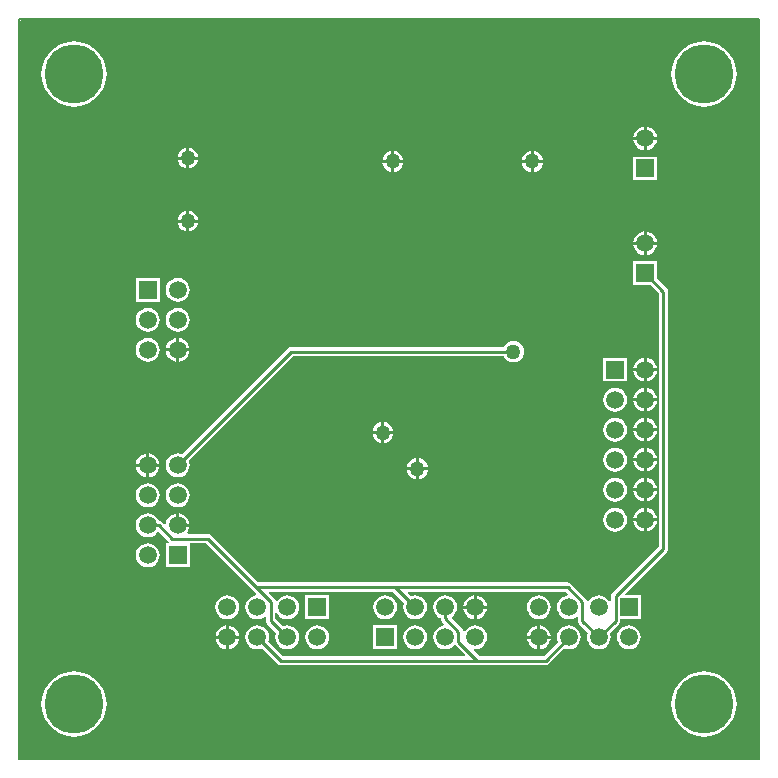
<source format=gbl>
%FSDAX24Y24*%
%MOIN*%
%SFA1B1*%

%IPPOS*%
%ADD20C,0.010000*%
%ADD21C,0.059100*%
%ADD22R,0.059100X0.059100*%
%ADD23R,0.059100X0.059100*%
%ADD24C,0.196900*%
%ADD25C,0.050000*%
%ADD46C,0.005000*%
%ADD47C,0.020000*%
%ADD48C,0.040000*%
%ADD49C,0.080000*%
%ADD50C,0.160000*%
%ADD51C,0.320000*%
%ADD52C,0.640000*%
%LNmetr4810_pcblayout-1*%
%LPD*%
G54D46*
X022822Y-001822D02*
X-001822D01*
Y022822*
X022822*
Y-001822*
G54D20*
X022772Y-001771D02*
X-001772Y-001772D01*
Y022772*
X022772*
Y-001771*
G54D47*
X022672Y-001671D02*
X-001672D01*
Y022672*
X022672*
Y-001671*
G54D48*
X022472Y-001471D02*
X-001471Y-001471D01*
X-001472Y022472*
X022472*
Y-001471*
G54D49*
X022072Y-001071D02*
X-001071D01*
Y022072*
X022072*
Y-001071*
G54D50*
X021272Y-000271D02*
X-000271D01*
Y021272*
X021272*
Y-000271*
G54D51*
X019672Y001328D02*
X001328D01*
Y019672*
X019672*
Y001328*
G54D52*
X016472Y004528D02*
X004528D01*
Y016472*
X016472*
Y004528*
X013272Y007728D02*
X007728D01*
Y013272*
X013272*
Y007728*
X010072Y010928D02*
X010928D01*
Y010072*
X010072*
Y010928*
%LNmetr4810_pcblayout-2*%
%LPC*%
G36*
X018989Y007542D02*
X018935Y007535D01*
X018839Y007495*
X018757Y007432*
X018693Y007349*
X018654Y007253*
X018647Y007200*
X018989*
Y007542*
G37*
G36*
Y007100D02*
X018647D01*
X018654Y007047*
X018693Y006951*
X018757Y006868*
X018839Y006805*
X018935Y006765*
X018989Y006758*
Y007100*
G37*
G36*
X019431D02*
X019089D01*
Y006758*
X019142Y006765*
X019238Y006805*
X019321Y006868*
X019384Y006951*
X019424Y007047*
X019431Y007100*
G37*
G36*
X011796Y007800D02*
X011500D01*
Y007504*
X011541Y007509*
X011627Y007544*
X011700Y007600*
X011756Y007673*
X011791Y007759*
X011796Y007800*
G37*
G36*
X011400D02*
X011104D01*
X011109Y007759*
X011144Y007673*
X011200Y007600*
X011273Y007544*
X011359Y007509*
X011400Y007504*
Y007800*
G37*
G36*
X019089Y007542D02*
Y007200D01*
X019431*
X019424Y007253*
X019384Y007349*
X019321Y007432*
X019238Y007495*
X019142Y007535*
X019089Y007542*
G37*
G36*
X018039Y007549D02*
X017935Y007535D01*
X017839Y007495*
X017757Y007432*
X017693Y007349*
X017654Y007253*
X017640Y007150*
X017654Y007047*
X017693Y006951*
X017757Y006868*
X017839Y006805*
X017935Y006765*
X018039Y006751*
X018142Y006765*
X018238Y006805*
X018321Y006868*
X018384Y006951*
X018424Y007047*
X018437Y007150*
X018424Y007253*
X018384Y007349*
X018321Y007432*
X018238Y007495*
X018142Y007535*
X018039Y007549*
G37*
G36*
X018989Y006542D02*
X018935Y006535D01*
X018839Y006495*
X018757Y006432*
X018693Y006349*
X018654Y006253*
X018647Y006200*
X018989*
Y006542*
G37*
G36*
X003509Y006353D02*
Y006011D01*
X003851*
X003844Y006064*
X003804Y006161*
X003741Y006243*
X003658Y006306*
X003562Y006346*
X003509Y006353*
G37*
G36*
X018989Y006100D02*
X018647D01*
X018654Y006047*
X018693Y005951*
X018757Y005868*
X018839Y005805*
X018935Y005765*
X018989Y005758*
Y006100*
G37*
G36*
X003459Y007360D02*
X003355Y007346D01*
X003259Y007306*
X003177Y007243*
X003113Y007161*
X003074Y007064*
X003060Y006961*
X003074Y006858*
X003113Y006762*
X003177Y006679*
X003259Y006616*
X003355Y006576*
X003459Y006562*
X003562Y006576*
X003658Y006616*
X003741Y006679*
X003804Y006762*
X003844Y006858*
X003857Y006961*
X003844Y007064*
X003804Y007161*
X003741Y007243*
X003658Y007306*
X003562Y007346*
X003459Y007360*
G37*
G36*
X002459D02*
X002355Y007346D01*
X002259Y007306*
X002177Y007243*
X002113Y007161*
X002074Y007064*
X002060Y006961*
X002074Y006858*
X002113Y006762*
X002177Y006679*
X002259Y006616*
X002355Y006576*
X002459Y006562*
X002562Y006576*
X002658Y006616*
X002741Y006679*
X002804Y006762*
X002844Y006858*
X002857Y006961*
X002844Y007064*
X002804Y007161*
X002741Y007243*
X002658Y007306*
X002562Y007346*
X002459Y007360*
G37*
G36*
X019089Y006542D02*
Y006200D01*
X019431*
X019424Y006253*
X019384Y006349*
X019321Y006432*
X019238Y006495*
X019142Y006535*
X019089Y006542*
G37*
G36*
X018989Y008542D02*
X018935Y008535D01*
X018839Y008495*
X018757Y008432*
X018693Y008349*
X018654Y008253*
X018647Y008200*
X018989*
Y008542*
G37*
G36*
X002509Y008353D02*
Y008011D01*
X002851*
X002844Y008064*
X002804Y008160*
X002741Y008243*
X002658Y008306*
X002562Y008346*
X002509Y008353*
G37*
G36*
X002409D02*
X002355Y008346D01*
X002259Y008306*
X002177Y008243*
X002113Y008160*
X002074Y008064*
X002067Y008011*
X002409*
Y008353*
G37*
G36*
X010646Y009000D02*
X010350D01*
Y008704*
X010391Y008709*
X010477Y008744*
X010550Y008800*
X010606Y008873*
X010641Y008959*
X010646Y009000*
G37*
G36*
X010250D02*
X009954D01*
X009959Y008959*
X009994Y008873*
X010050Y008800*
X010123Y008744*
X010209Y008709*
X010250Y008704*
Y009000*
G37*
G36*
X019089Y008542D02*
Y008200D01*
X019431*
X019424Y008253*
X019384Y008349*
X019321Y008432*
X019238Y008495*
X019142Y008535*
X019089Y008542*
G37*
G36*
X011500Y008196D02*
Y007900D01*
X011796*
X011791Y007941*
X011756Y008027*
X011700Y008100*
X011627Y008156*
X011541Y008191*
X011500Y008196*
G37*
G36*
X018039Y008549D02*
X017935Y008535D01*
X017839Y008495*
X017757Y008432*
X017693Y008349*
X017654Y008253*
X017640Y008150*
X017654Y008047*
X017693Y007951*
X017757Y007868*
X017839Y007805*
X017935Y007765*
X018039Y007751*
X018142Y007765*
X018238Y007805*
X018321Y007868*
X018384Y007951*
X018424Y008047*
X018437Y008150*
X018424Y008253*
X018384Y008349*
X018321Y008432*
X018238Y008495*
X018142Y008535*
X018039Y008549*
G37*
G36*
X002409Y007911D02*
X002067D01*
X002074Y007858*
X002113Y007762*
X002177Y007679*
X002259Y007616*
X002355Y007576*
X002409Y007569*
Y007911*
G37*
G36*
X002851D02*
X002509D01*
Y007569*
X002562Y007576*
X002658Y007616*
X002741Y007679*
X002804Y007762*
X002844Y007858*
X002851Y007911*
G37*
G36*
X011400Y008196D02*
X011359Y008191D01*
X011273Y008156*
X011200Y008100*
X011144Y008027*
X011109Y007941*
X011104Y007900*
X011400*
Y008196*
G37*
G36*
X018989Y008100D02*
X018647D01*
X018654Y008047*
X018693Y007951*
X018757Y007868*
X018839Y007805*
X018935Y007765*
X018989Y007758*
Y008100*
G37*
G36*
X019431D02*
X019089D01*
Y007758*
X019142Y007765*
X019238Y007805*
X019321Y007868*
X019384Y007951*
X019424Y008047*
X019431Y008100*
G37*
G36*
Y006100D02*
X019089D01*
Y005758*
X019142Y005765*
X019238Y005805*
X019321Y005868*
X019384Y005951*
X019424Y006047*
X019431Y006100*
G37*
G36*
X005061Y002179D02*
X004719D01*
X004726Y002126*
X004766Y002030*
X004829Y001947*
X004912Y001884*
X005008Y001844*
X005061Y001837*
Y002179*
G37*
G36*
X015890D02*
X015548D01*
Y001837*
X015601Y001844*
X015697Y001884*
X015780Y001947*
X015843Y002030*
X015883Y002126*
X015890Y002179*
G37*
G36*
X005503D02*
X005161D01*
Y001837*
X005215Y001844*
X005311Y001884*
X005393Y001947*
X005457Y002030*
X005496Y002126*
X005503Y002179*
G37*
G36*
X015448Y002621D02*
X015395Y002614D01*
X015299Y002574*
X015216Y002511*
X015153Y002428*
X015113Y002332*
X015106Y002279*
X015448*
Y002621*
G37*
G36*
X005061D02*
X005008Y002614D01*
X004912Y002574*
X004829Y002511*
X004766Y002428*
X004726Y002332*
X004719Y002279*
X005061*
Y002621*
G37*
G36*
X015448Y002179D02*
X015106D01*
X015113Y002126*
X015153Y002030*
X015216Y001947*
X015299Y001884*
X015395Y001844*
X015448Y001837*
Y002179*
G37*
G36*
X010767Y002624D02*
X009976D01*
Y001834*
X010767*
Y002624*
G37*
G36*
X012371Y003628D02*
X012268Y003614D01*
X012172Y003574*
X012090Y003511*
X012026Y003428*
X011986Y003332*
X011973Y003229*
X011986Y003126*
X012026Y003029*
X012090Y002947*
X012172Y002884*
X012219Y002864*
Y002859*
X012230Y002800*
X012263Y002750*
X012340Y002674*
X012322Y002621*
X012268Y002614*
X012172Y002574*
X012090Y002511*
X012026Y002428*
X011986Y002332*
X011973Y002229*
X011986Y002126*
X012026Y002030*
X012090Y001947*
X012172Y001884*
X012268Y001844*
X012371Y001830*
X012475Y001844*
X012571Y001884*
X012653Y001947*
X012664Y001961*
X012725Y001958*
X013035Y001649*
X013015Y001603*
X006954*
X006477Y002079*
X006496Y002126*
X006510Y002229*
X006496Y002332*
X006457Y002428*
X006393Y002511*
X006311Y002574*
X006215Y002614*
X006111Y002628*
X006008Y002614*
X005912Y002574*
X005829Y002511*
X005766Y002428*
X005726Y002332*
X005713Y002229*
X005726Y002126*
X005766Y002030*
X005829Y001947*
X005912Y001884*
X006008Y001844*
X006111Y001830*
X006215Y001844*
X006261Y001863*
X006782Y001342*
X006832Y001309*
X006890Y001297*
X015719*
X015778Y001309*
X015827Y001342*
X016348Y001863*
X016395Y001844*
X016498Y001830*
X016601Y001844*
X016697Y001884*
X016780Y001947*
X016843Y002030*
X016883Y002126*
X016897Y002229*
X016883Y002332*
X016843Y002428*
X016780Y002511*
X016697Y002574*
X016601Y002614*
X016498Y002628*
X016395Y002614*
X016299Y002574*
X016216Y002511*
X016153Y002428*
X016113Y002332*
X016099Y002229*
X016113Y002126*
X016132Y002079*
X015656Y001603*
X013513*
X013328Y001788*
X013350Y001833*
X013371Y001830*
X013475Y001844*
X013571Y001884*
X013653Y001947*
X013717Y002030*
X013757Y002126*
X013770Y002229*
X013757Y002332*
X013717Y002428*
X013653Y002511*
X013571Y002574*
X013475Y002614*
X013371Y002628*
X013268Y002614*
X013172Y002574*
X013090Y002511*
X013026Y002428*
X013017Y002426*
X012960Y002464*
X012958Y002472*
X012925Y002521*
X012602Y002844*
X012606Y002911*
X012653Y002947*
X012717Y003029*
X012757Y003126*
X012770Y003229*
X012757Y003332*
X012717Y003428*
X012653Y003511*
X012571Y003574*
X012475Y003614*
X012371Y003628*
G37*
G36*
X021000Y001088D02*
X020830Y001074D01*
X020664Y001034*
X020506Y000969*
X020361Y000880*
X020231Y000769*
X020120Y000639*
X020031Y000494*
X019966Y000336*
X019926Y000170*
X019912Y000000*
X019926Y-000170*
X019966Y-000336*
X020031Y-000494*
X020120Y-000639*
X020231Y-000769*
X020361Y-000880*
X020506Y-000969*
X020664Y-001034*
X020830Y-001074*
X021000Y-001088*
X021170Y-001074*
X021336Y-001034*
X021494Y-000969*
X021639Y-000880*
X021769Y-000769*
X021880Y-000639*
X021969Y-000494*
X022034Y-000336*
X022074Y-000170*
X022088Y000000*
X022074Y000170*
X022034Y000336*
X021969Y000494*
X021880Y000639*
X021769Y000769*
X021639Y000880*
X021494Y000969*
X021336Y001034*
X021170Y001074*
X021000Y001088*
G37*
G36*
X000000D02*
X-000170Y001074D01*
X-000336Y001034*
X-000494Y000969*
X-000639Y000880*
X-000769Y000769*
X-000880Y000639*
X-000969Y000494*
X-001034Y000336*
X-001074Y000170*
X-001088Y000000*
X-001074Y-000170*
X-001034Y-000336*
X-000969Y-000494*
X-000880Y-000639*
X-000769Y-000769*
X-000639Y-000880*
X-000494Y-000969*
X-000336Y-001034*
X-000170Y-001074*
X000000Y-001088*
X000170Y-001074*
X000336Y-001034*
X000494Y-000969*
X000639Y-000880*
X000769Y-000769*
X000880Y-000639*
X000969Y-000494*
X001034Y-000336*
X001074Y-000170*
X001088Y000000*
X001074Y000170*
X001034Y000336*
X000969Y000494*
X000880Y000639*
X000769Y000769*
X000639Y000880*
X000494Y000969*
X000336Y001034*
X000170Y001074*
X000000Y001088*
G37*
G36*
X018498Y002628D02*
X018395Y002614D01*
X018299Y002574*
X018216Y002511*
X018153Y002428*
X018113Y002332*
X018099Y002229*
X018113Y002126*
X018153Y002030*
X018216Y001947*
X018299Y001884*
X018395Y001844*
X018498Y001830*
X018601Y001844*
X018697Y001884*
X018780Y001947*
X018843Y002030*
X018883Y002126*
X018897Y002229*
X018883Y002332*
X018843Y002428*
X018780Y002511*
X018697Y002574*
X018601Y002614*
X018498Y002628*
G37*
G36*
X011371D02*
X011268Y002614D01*
X011172Y002574*
X011090Y002511*
X011026Y002428*
X010986Y002332*
X010973Y002229*
X010986Y002126*
X011026Y002030*
X011090Y001947*
X011172Y001884*
X011268Y001844*
X011371Y001830*
X011475Y001844*
X011571Y001884*
X011653Y001947*
X011717Y002030*
X011757Y002126*
X011770Y002229*
X011757Y002332*
X011717Y002428*
X011653Y002511*
X011571Y002574*
X011475Y002614*
X011371Y002628*
G37*
G36*
X008111D02*
X008008Y002614D01*
X007912Y002574*
X007829Y002511*
X007766Y002428*
X007726Y002332*
X007713Y002229*
X007726Y002126*
X007766Y002030*
X007829Y001947*
X007912Y001884*
X008008Y001844*
X008111Y001830*
X008215Y001844*
X008311Y001884*
X008393Y001947*
X008457Y002030*
X008496Y002126*
X008510Y002229*
X008496Y002332*
X008457Y002428*
X008393Y002511*
X008311Y002574*
X008215Y002614*
X008111Y002628*
G37*
G36*
X013421Y003621D02*
Y003279D01*
X013764*
X013757Y003332*
X013717Y003428*
X013653Y003511*
X013571Y003574*
X013475Y003614*
X013421Y003621*
G37*
G36*
X013321D02*
X013268Y003614D01*
X013172Y003574*
X013090Y003511*
X013026Y003428*
X012986Y003332*
X012979Y003279*
X013321*
Y003621*
G37*
G36*
X013764Y003179D02*
X013421D01*
Y002837*
X013475Y002844*
X013571Y002884*
X013653Y002947*
X013717Y003029*
X013757Y003126*
X013764Y003179*
G37*
G36*
X018039Y006549D02*
X017935Y006535D01*
X017839Y006495*
X017757Y006432*
X017693Y006349*
X017654Y006253*
X017640Y006150*
X017654Y006047*
X017693Y005951*
X017757Y005868*
X017839Y005805*
X017935Y005765*
X018039Y005751*
X018142Y005765*
X018238Y005805*
X018321Y005868*
X018384Y005951*
X018424Y006047*
X018437Y006150*
X018424Y006253*
X018384Y006349*
X018321Y006432*
X018238Y006495*
X018142Y006535*
X018039Y006549*
G37*
G36*
X002459Y005360D02*
X002355Y005346D01*
X002259Y005306*
X002177Y005243*
X002113Y005160*
X002074Y005064*
X002060Y004961*
X002074Y004858*
X002113Y004762*
X002177Y004679*
X002259Y004616*
X002355Y004576*
X002459Y004562*
X002562Y004576*
X002658Y004616*
X002741Y004679*
X002804Y004762*
X002844Y004858*
X002857Y004961*
X002844Y005064*
X002804Y005160*
X002741Y005243*
X002658Y005306*
X002562Y005346*
X002459Y005360*
G37*
G36*
X019434Y014759D02*
X018643D01*
Y013968*
X019218*
X019497Y013689*
Y005247*
X017945Y003694*
X017911Y003645*
X017900Y003586*
Y003422*
X017850Y003412*
X017843Y003428*
X017780Y003511*
X017697Y003574*
X017601Y003614*
X017498Y003628*
X017395Y003614*
X017299Y003574*
X017216Y003511*
X017153Y003428*
X017143Y003426*
X017086Y003464*
X017085Y003472*
X017051Y003521*
X016565Y004008*
X016515Y004041*
X016457Y004053*
X006133*
X004562Y005624*
X004513Y005657*
X004454Y005669*
X003796*
X003771Y005719*
X003804Y005762*
X003844Y005858*
X003851Y005911*
X003459*
Y005961*
X003409*
Y006353*
X003355Y006346*
X003259Y006306*
X003177Y006243*
X003113Y006161*
X003074Y006064*
X003066Y006011*
X003014Y005993*
X002937Y006069*
X002887Y006102*
X002829Y006114*
X002823*
X002804Y006161*
X002741Y006243*
X002658Y006306*
X002562Y006346*
X002459Y006360*
X002355Y006346*
X002259Y006306*
X002177Y006243*
X002113Y006161*
X002074Y006064*
X002060Y005961*
X002074Y005858*
X002113Y005762*
X002177Y005679*
X002259Y005616*
X002355Y005576*
X002459Y005562*
X002562Y005576*
X002658Y005616*
X002741Y005679*
X002777Y005726*
X002843Y005731*
X003166Y005408*
X003168Y005406*
X003153Y005356*
X003063*
Y004566*
X003854*
Y005356*
X003901Y005363*
X004391*
X005962Y003792*
X006080Y003674*
X006062Y003621*
X006008Y003614*
X005912Y003574*
X005829Y003511*
X005766Y003428*
X005726Y003332*
X005713Y003229*
X005726Y003126*
X005766Y003029*
X005829Y002947*
X005912Y002884*
X006008Y002844*
X006111Y002830*
X006215Y002844*
X006311Y002884*
X006354Y002917*
X006404Y002892*
Y002784*
X006415Y002725*
X006448Y002675*
X006745Y002378*
X006726Y002332*
X006713Y002229*
X006726Y002126*
X006766Y002030*
X006829Y001947*
X006912Y001884*
X007008Y001844*
X007111Y001830*
X007215Y001844*
X007311Y001884*
X007393Y001947*
X007457Y002030*
X007496Y002126*
X007510Y002229*
X007496Y002332*
X007457Y002428*
X007393Y002511*
X007311Y002574*
X007215Y002614*
X007111Y002628*
X007008Y002614*
X006962Y002595*
X006710Y002847*
Y003035*
X006760Y003045*
X006766Y003029*
X006829Y002947*
X006912Y002884*
X007008Y002844*
X007111Y002830*
X007215Y002844*
X007311Y002884*
X007393Y002947*
X007457Y003029*
X007496Y003126*
X007510Y003229*
X007496Y003332*
X007457Y003428*
X007393Y003511*
X007311Y003574*
X007215Y003614*
X007111Y003628*
X007008Y003614*
X006912Y003574*
X006829Y003511*
X006766Y003428*
X006757Y003426*
X006700Y003464*
X006698Y003472*
X006665Y003521*
X006485Y003701*
X006504Y003747*
X010637*
X011006Y003378*
X010986Y003332*
X010973Y003229*
X010986Y003126*
X011026Y003029*
X011090Y002947*
X011172Y002884*
X011268Y002844*
X011371Y002830*
X011475Y002844*
X011571Y002884*
X011653Y002947*
X011717Y003029*
X011757Y003126*
X011770Y003229*
X011757Y003332*
X011717Y003428*
X011653Y003511*
X011571Y003574*
X011475Y003614*
X011371Y003628*
X011268Y003614*
X011222Y003595*
X011116Y003701*
X011135Y003747*
X016393*
X016466Y003674*
X016449Y003621*
X016395Y003614*
X016299Y003574*
X016216Y003511*
X016153Y003428*
X016113Y003332*
X016099Y003229*
X016113Y003126*
X016153Y003029*
X016216Y002947*
X016299Y002884*
X016395Y002844*
X016498Y002830*
X016601Y002844*
X016697Y002884*
X016740Y002917*
X016790Y002892*
Y002784*
X016802Y002725*
X016835Y002675*
X017132Y002378*
X017113Y002332*
X017099Y002229*
X017113Y002126*
X017153Y002030*
X017216Y001947*
X017299Y001884*
X017395Y001844*
X017498Y001830*
X017601Y001844*
X017697Y001884*
X017780Y001947*
X017843Y002030*
X017883Y002126*
X017897Y002229*
X017883Y002332*
X017864Y002378*
X018161Y002675*
X018194Y002725*
X018206Y002784*
Y002834*
X018893*
Y003624*
X018372*
X018353Y003670*
X019758Y005075*
X019791Y005125*
X019803Y005184*
Y013752*
X019791Y013811*
X019758Y013860*
X019434Y014184*
Y014759*
G37*
G36*
X013321Y003179D02*
X012979D01*
X012986Y003126*
X013026Y003029*
X013090Y002947*
X013172Y002884*
X013268Y002844*
X013321Y002837*
Y003179*
G37*
G36*
X005111Y003628D02*
X005008Y003614D01*
X004912Y003574*
X004829Y003511*
X004766Y003428*
X004726Y003332*
X004713Y003229*
X004726Y003126*
X004766Y003029*
X004829Y002947*
X004912Y002884*
X005008Y002844*
X005111Y002830*
X005215Y002844*
X005311Y002884*
X005393Y002947*
X005457Y003029*
X005496Y003126*
X005510Y003229*
X005496Y003332*
X005457Y003428*
X005393Y003511*
X005311Y003574*
X005215Y003614*
X005111Y003628*
G37*
G36*
X015548Y002621D02*
Y002279D01*
X015890*
X015883Y002332*
X015843Y002428*
X015780Y002511*
X015697Y002574*
X015601Y002614*
X015548Y002621*
G37*
G36*
X005161D02*
Y002279D01*
X005503*
X005496Y002332*
X005457Y002428*
X005393Y002511*
X005311Y002574*
X005215Y002614*
X005161Y002621*
G37*
G36*
X008507Y003624D02*
X007716D01*
Y002834*
X008507*
Y003624*
G37*
G36*
X015498Y003628D02*
X015395Y003614D01*
X015299Y003574*
X015216Y003511*
X015153Y003428*
X015113Y003332*
X015099Y003229*
X015113Y003126*
X015153Y003029*
X015216Y002947*
X015299Y002884*
X015395Y002844*
X015498Y002830*
X015601Y002844*
X015697Y002884*
X015780Y002947*
X015843Y003029*
X015883Y003126*
X015897Y003229*
X015883Y003332*
X015843Y003428*
X015780Y003511*
X015697Y003574*
X015601Y003614*
X015498Y003628*
G37*
G36*
X010371D02*
X010268Y003614D01*
X010172Y003574*
X010090Y003511*
X010026Y003428*
X009986Y003332*
X009973Y003229*
X009986Y003126*
X010026Y003029*
X010090Y002947*
X010172Y002884*
X010268Y002844*
X010371Y002830*
X010475Y002844*
X010571Y002884*
X010653Y002947*
X010717Y003029*
X010757Y003126*
X010770Y003229*
X010757Y003332*
X010717Y003428*
X010653Y003511*
X010571Y003574*
X010475Y003614*
X010371Y003628*
G37*
G36*
X010582Y018036D02*
X010285D01*
X010291Y017994*
X010326Y017909*
X010382Y017836*
X010455Y017780*
X010540Y017745*
X010582Y017739*
Y018036*
G37*
G36*
X019434Y018251D02*
X018643D01*
Y017460*
X019434*
Y018251*
G37*
G36*
X003850Y016446D02*
Y016150D01*
X004146*
X004141Y016191*
X004106Y016277*
X004050Y016350*
X003977Y016406*
X003891Y016441*
X003850Y016446*
G37*
G36*
X015628Y018036D02*
X015332D01*
Y017739*
X015373Y017745*
X015458Y017780*
X015531Y017836*
X015587Y017909*
X015623Y017994*
X015628Y018036*
G37*
G36*
X015232D02*
X014935D01*
X014941Y017994*
X014976Y017909*
X015032Y017836*
X015105Y017780*
X015190Y017745*
X015232Y017739*
Y018036*
G37*
G36*
X010978D02*
X010682D01*
Y017739*
X010723Y017745*
X010808Y017780*
X010881Y017836*
X010937Y017909*
X010973Y017994*
X010978Y018036*
G37*
G36*
X003750Y016446D02*
X003709Y016441D01*
X003623Y016406*
X003550Y016350*
X003494Y016277*
X003459Y016191*
X003454Y016150*
X003750*
Y016446*
G37*
G36*
X018989Y015755D02*
X018935Y015748D01*
X018839Y015709*
X018757Y015645*
X018693Y015563*
X018654Y015467*
X018647Y015413*
X018989*
Y015755*
G37*
G36*
Y015313D02*
X018647D01*
X018654Y015260*
X018693Y015164*
X018757Y015081*
X018839Y015018*
X018935Y014978*
X018989Y014971*
Y015313*
G37*
G36*
X019431D02*
X019089D01*
Y014971*
X019142Y014978*
X019238Y015018*
X019321Y015081*
X019384Y015164*
X019424Y015260*
X019431Y015313*
G37*
G36*
X004146Y016050D02*
X003850D01*
Y015754*
X003891Y015759*
X003977Y015794*
X004050Y015850*
X004106Y015923*
X004141Y016009*
X004146Y016050*
G37*
G36*
X003750D02*
X003454D01*
X003459Y016009*
X003494Y015923*
X003550Y015850*
X003623Y015794*
X003709Y015759*
X003750Y015754*
Y016050*
G37*
G36*
X019089Y015755D02*
Y015413D01*
X019431*
X019424Y015467*
X019384Y015563*
X019321Y015645*
X019238Y015709*
X019142Y015748*
X019089Y015755*
G37*
G36*
X003750Y018150D02*
X003454D01*
X003459Y018109*
X003494Y018023*
X003550Y017950*
X003623Y017894*
X003709Y017859*
X003750Y017854*
Y018150*
G37*
G36*
X018989Y019248D02*
X018935Y019241D01*
X018839Y019201*
X018757Y019137*
X018693Y019055*
X018654Y018959*
X018647Y018906*
X018989*
Y019248*
G37*
G36*
Y018806D02*
X018647D01*
X018654Y018752*
X018693Y018656*
X018757Y018574*
X018839Y018510*
X018935Y018470*
X018989Y018463*
Y018806*
G37*
G36*
X019431D02*
X019089D01*
Y018463*
X019142Y018470*
X019238Y018510*
X019321Y018574*
X019384Y018656*
X019424Y018752*
X019431Y018806*
G37*
G36*
X021000Y022088D02*
X020830Y022074D01*
X020664Y022034*
X020506Y021969*
X020361Y021880*
X020231Y021769*
X020120Y021639*
X020031Y021494*
X019966Y021336*
X019926Y021170*
X019912Y021000*
X019926Y020830*
X019966Y020664*
X020031Y020506*
X020120Y020361*
X020231Y020231*
X020361Y020120*
X020506Y020031*
X020664Y019966*
X020830Y019926*
X021000Y019912*
X021170Y019926*
X021336Y019966*
X021494Y020031*
X021639Y020120*
X021769Y020231*
X021880Y020361*
X021969Y020506*
X022034Y020664*
X022074Y020830*
X022088Y021000*
X022074Y021170*
X022034Y021336*
X021969Y021494*
X021880Y021639*
X021769Y021769*
X021639Y021880*
X021494Y021969*
X021336Y022034*
X021170Y022074*
X021000Y022088*
G37*
G36*
X000000D02*
X-000170Y022074D01*
X-000336Y022034*
X-000494Y021969*
X-000639Y021880*
X-000769Y021769*
X-000880Y021639*
X-000969Y021494*
X-001034Y021336*
X-001074Y021170*
X-001088Y021000*
X-001074Y020830*
X-001034Y020664*
X-000969Y020506*
X-000880Y020361*
X-000769Y020231*
X-000639Y020120*
X-000494Y020031*
X-000336Y019966*
X-000170Y019926*
X000000Y019912*
X000170Y019926*
X000336Y019966*
X000494Y020031*
X000639Y020120*
X000769Y020231*
X000880Y020361*
X000969Y020506*
X001034Y020664*
X001074Y020830*
X001088Y021000*
X001074Y021170*
X001034Y021336*
X000969Y021494*
X000880Y021639*
X000769Y021769*
X000639Y021880*
X000494Y021969*
X000336Y022034*
X000170Y022074*
X000000Y022088*
G37*
G36*
X019089Y019248D02*
Y018906D01*
X019431*
X019424Y018959*
X019384Y019055*
X019321Y019137*
X019238Y019201*
X019142Y019241*
X019089Y019248*
G37*
G36*
X003850Y018546D02*
Y018250D01*
X004146*
X004141Y018291*
X004106Y018377*
X004050Y018450*
X003977Y018506*
X003891Y018541*
X003850Y018546*
G37*
G36*
X010682Y018432D02*
Y018136D01*
X010978*
X010973Y018177*
X010937Y018262*
X010881Y018335*
X010808Y018392*
X010723Y018427*
X010682Y018432*
G37*
G36*
X010582D02*
X010540Y018427D01*
X010455Y018392*
X010382Y018335*
X010326Y018262*
X010291Y018177*
X010285Y018136*
X010582*
Y018432*
G37*
G36*
X004146Y018150D02*
X003850D01*
Y017854*
X003891Y017859*
X003977Y017894*
X004050Y017950*
X004106Y018023*
X004141Y018109*
X004146Y018150*
G37*
G36*
X003750Y018546D02*
X003709Y018541D01*
X003623Y018506*
X003550Y018450*
X003494Y018377*
X003459Y018291*
X003454Y018250*
X003750*
Y018546*
G37*
G36*
X015332Y018432D02*
Y018136D01*
X015628*
X015623Y018177*
X015587Y018262*
X015531Y018335*
X015458Y018392*
X015373Y018427*
X015332Y018432*
G37*
G36*
X015232D02*
X015190Y018427D01*
X015105Y018392*
X015032Y018335*
X014976Y018262*
X014941Y018177*
X014935Y018136*
X015232*
Y018432*
G37*
G36*
X018989Y010100D02*
X018647D01*
X018654Y010047*
X018693Y009951*
X018757Y009868*
X018839Y009805*
X018935Y009765*
X018989Y009758*
Y010100*
G37*
G36*
X019431D02*
X019089D01*
Y009758*
X019142Y009765*
X019238Y009805*
X019321Y009868*
X019384Y009951*
X019424Y010047*
X019431Y010100*
G37*
G36*
X018039Y010549D02*
X017935Y010535D01*
X017839Y010495*
X017757Y010432*
X017693Y010349*
X017654Y010253*
X017640Y010150*
X017654Y010047*
X017693Y009951*
X017757Y009868*
X017839Y009805*
X017935Y009765*
X018039Y009751*
X018142Y009765*
X018238Y009805*
X018321Y009868*
X018384Y009951*
X018424Y010047*
X018437Y010150*
X018424Y010253*
X018384Y010349*
X018321Y010432*
X018238Y010495*
X018142Y010535*
X018039Y010549*
G37*
G36*
X018434Y011545D02*
X017643D01*
Y010755*
X018434*
Y011545*
G37*
G36*
X019089Y010542D02*
Y010200D01*
X019431*
X019424Y010253*
X019384Y010349*
X019321Y010432*
X019238Y010495*
X019142Y010535*
X019089Y010542*
G37*
G36*
X018989D02*
X018935Y010535D01*
X018839Y010495*
X018757Y010432*
X018693Y010349*
X018654Y010253*
X018647Y010200*
X018989*
Y010542*
G37*
G36*
X019089Y009542D02*
Y009200D01*
X019431*
X019424Y009253*
X019384Y009349*
X019321Y009432*
X019238Y009495*
X019142Y009535*
X019089Y009542*
G37*
G36*
X018989Y009100D02*
X018647D01*
X018654Y009047*
X018693Y008951*
X018757Y008868*
X018839Y008805*
X018935Y008765*
X018989Y008758*
Y009100*
G37*
G36*
X019431D02*
X019089D01*
Y008758*
X019142Y008765*
X019238Y008805*
X019321Y008868*
X019384Y008951*
X019424Y009047*
X019431Y009100*
G37*
G36*
X018039Y009549D02*
X017935Y009535D01*
X017839Y009495*
X017757Y009432*
X017693Y009349*
X017654Y009253*
X017640Y009150*
X017654Y009047*
X017693Y008951*
X017757Y008868*
X017839Y008805*
X017935Y008765*
X018039Y008751*
X018142Y008765*
X018238Y008805*
X018321Y008868*
X018384Y008951*
X018424Y009047*
X018437Y009150*
X018424Y009253*
X018384Y009349*
X018321Y009432*
X018238Y009495*
X018142Y009535*
X018039Y009549*
G37*
G36*
X018989Y009542D02*
X018935Y009535D01*
X018839Y009495*
X018757Y009432*
X018693Y009349*
X018654Y009253*
X018647Y009200*
X018989*
Y009542*
G37*
G36*
X010350Y009396D02*
Y009100D01*
X010646*
X010641Y009141*
X010606Y009227*
X010550Y009300*
X010477Y009356*
X010391Y009391*
X010350Y009396*
G37*
G36*
X010250D02*
X010209Y009391D01*
X010123Y009356*
X010050Y009300*
X009994Y009227*
X009959Y009141*
X009954Y009100*
X010250*
Y009396*
G37*
G36*
X019431Y011100D02*
X019089D01*
Y010758*
X019142Y010765*
X019238Y010805*
X019321Y010868*
X019384Y010951*
X019424Y011047*
X019431Y011100*
G37*
G36*
X002459Y013204D02*
X002355Y013190D01*
X002259Y013151*
X002177Y013087*
X002113Y013005*
X002074Y012909*
X002060Y012805*
X002074Y012702*
X002113Y012606*
X002177Y012523*
X002259Y012460*
X002355Y012420*
X002459Y012407*
X002562Y012420*
X002658Y012460*
X002741Y012523*
X002804Y012606*
X002844Y012702*
X002857Y012805*
X002844Y012909*
X002804Y013005*
X002741Y013087*
X002658Y013151*
X002562Y013190*
X002459Y013204*
G37*
G36*
X003509Y012197D02*
Y011855D01*
X003851*
X003844Y011909*
X003804Y012005*
X003741Y012087*
X003658Y012151*
X003562Y012190*
X003509Y012197*
G37*
G36*
X003409D02*
X003355Y012190D01*
X003259Y012151*
X003177Y012087*
X003113Y012005*
X003074Y011909*
X003067Y011855*
X003409*
Y012197*
G37*
G36*
X002854Y014201D02*
X002063D01*
Y013410*
X002854*
Y014201*
G37*
G36*
X003459Y014204D02*
X003355Y014190D01*
X003259Y014151*
X003177Y014087*
X003113Y014005*
X003074Y013909*
X003060Y013805*
X003074Y013702*
X003113Y013606*
X003177Y013523*
X003259Y013460*
X003355Y013420*
X003459Y013407*
X003562Y013420*
X003658Y013460*
X003741Y013523*
X003804Y013606*
X003844Y013702*
X003857Y013805*
X003844Y013909*
X003804Y014005*
X003741Y014087*
X003658Y014151*
X003562Y014190*
X003459Y014204*
G37*
G36*
Y013204D02*
X003355Y013190D01*
X003259Y013151*
X003177Y013087*
X003113Y013005*
X003074Y012909*
X003060Y012805*
X003074Y012702*
X003113Y012606*
X003177Y012523*
X003259Y012460*
X003355Y012420*
X003459Y012407*
X003562Y012420*
X003658Y012460*
X003741Y012523*
X003804Y012606*
X003844Y012702*
X003857Y012805*
X003844Y012909*
X003804Y013005*
X003741Y013087*
X003658Y013151*
X003562Y013190*
X003459Y013204*
G37*
G36*
X003851Y011755D02*
X003509D01*
Y011413*
X003562Y011420*
X003658Y011460*
X003741Y011523*
X003804Y011606*
X003844Y011702*
X003851Y011755*
G37*
G36*
X019089Y011542D02*
Y011200D01*
X019431*
X019424Y011253*
X019384Y011349*
X019321Y011432*
X019238Y011495*
X019142Y011535*
X019089Y011542*
G37*
G36*
X018989D02*
X018935Y011535D01*
X018839Y011495*
X018757Y011432*
X018693Y011349*
X018654Y011253*
X018647Y011200*
X018989*
Y011542*
G37*
G36*
Y011100D02*
X018647D01*
X018654Y011047*
X018693Y010951*
X018757Y010868*
X018839Y010805*
X018935Y010765*
X018989Y010758*
Y011100*
G37*
G36*
X003409Y011755D02*
X003067D01*
X003074Y011702*
X003113Y011606*
X003177Y011523*
X003259Y011460*
X003355Y011420*
X003409Y011413*
Y011755*
G37*
G36*
X002459Y012204D02*
X002355Y012190D01*
X002259Y012151*
X002177Y012087*
X002113Y012005*
X002074Y011909*
X002060Y011805*
X002074Y011702*
X002113Y011606*
X002177Y011523*
X002259Y011460*
X002355Y011420*
X002459Y011407*
X002562Y011420*
X002658Y011460*
X002741Y011523*
X002804Y011606*
X002844Y011702*
X002857Y011805*
X002844Y011909*
X002804Y012005*
X002741Y012087*
X002658Y012151*
X002562Y012190*
X002459Y012204*
G37*
G36*
X014650Y012103D02*
X014559Y012091D01*
X014473Y012056*
X014400Y012000*
X014344Y011927*
X014335Y011903*
X007247*
X007189Y011891*
X007139Y011858*
X003608Y008327*
X003562Y008346*
X003459Y008360*
X003355Y008346*
X003259Y008306*
X003177Y008243*
X003113Y008160*
X003074Y008064*
X003060Y007961*
X003074Y007858*
X003113Y007762*
X003177Y007679*
X003259Y007616*
X003355Y007576*
X003459Y007562*
X003562Y007576*
X003658Y007616*
X003741Y007679*
X003804Y007762*
X003844Y007858*
X003857Y007961*
X003844Y008064*
X003825Y008111*
X007311Y011597*
X014335*
X014344Y011573*
X014400Y011500*
X014473Y011444*
X014559Y011409*
X014650Y011397*
X014741Y011409*
X014827Y011444*
X014900Y011500*
X014956Y011573*
X014991Y011659*
X015003Y011750*
X014991Y011841*
X014956Y011927*
X014900Y012000*
X014827Y012056*
X014741Y012091*
X014650Y012103*
G37*
%LNmetr4810_pcblayout-3*%
%LPD*%
G54D20*
X003459Y007961D02*
X007247Y011750D01*
X014650*
X017498Y002229D02*
X018053Y002784D01*
Y003586*
X019650Y005184*
Y013752*
X019039Y014363D02*
X019650Y013752D01*
X016943Y002784D02*
X017498Y002229D01*
X016943Y002784D02*
Y003413D01*
X016457Y003900D02*
X016943Y003413D01*
X010700Y003900D02*
X016457D01*
X006070D02*
X006557Y003413D01*
X004454Y005516D02*
X006070Y003900D01*
X010700*
X011371Y003229*
X006557Y002784D02*
X007111Y002229D01*
X006557Y002784D02*
Y003413D01*
X003274Y005516D02*
X004454D01*
X002829Y005961D02*
X003274Y005516D01*
X002459Y005961D02*
X002829D01*
X013450Y001450D02*
X015719D01*
X006890D02*
X013450D01*
X012817Y002083D02*
X013450Y001450D01*
X012817Y002083D02*
Y002413D01*
X012371Y002859D02*
X012817Y002413D01*
X012371Y002859D02*
Y003229D01*
X015719Y001450D02*
X016498Y002229D01*
X006111D02*
X006890Y001450D01*
G54D21*
X015498Y002229D03*
Y003229D03*
X016498Y002229D03*
Y003229D03*
X017498Y002229D03*
Y003229D03*
X018498Y002229D03*
X005111D03*
Y003229D03*
X006111Y002229D03*
Y003229D03*
X007111Y002229D03*
Y003229D03*
X008111Y002229D03*
X013371Y003229D03*
Y002229D03*
X012371Y003229D03*
Y002229D03*
X011371Y003229D03*
Y002229D03*
X010371Y003229D03*
X019039Y018856D03*
Y015363D03*
X003459Y013805D03*
X002459Y012805D03*
X003459D03*
X002459Y011805D03*
X003459D03*
X019039Y006150D03*
X018039D03*
X019039Y007150D03*
X018039D03*
X019039Y008150D03*
X018039D03*
X019039Y009150D03*
X018039D03*
X019039Y010150D03*
X018039D03*
X019039Y011150D03*
X002459Y007961D03*
X003459D03*
X002459Y006961D03*
X003459D03*
X002459Y005961D03*
X003459D03*
X002459Y004961D03*
G54D22*
X018498Y003229D03*
X008111D03*
X010371Y002229D03*
G54D23*
X019039Y017856D03*
Y014363D03*
X002459Y013805D03*
X018039Y011150D03*
X003459Y004961D03*
G54D24*
X000000Y000000D03*
Y021000D03*
X021000Y000000D03*
Y021000D03*
G54D25*
X011450Y007850D03*
X010300Y009050D03*
X014650Y011750D03*
X015282Y018086D03*
X010632D03*
X003800Y018200D03*
Y016100D03*
M02*
</source>
